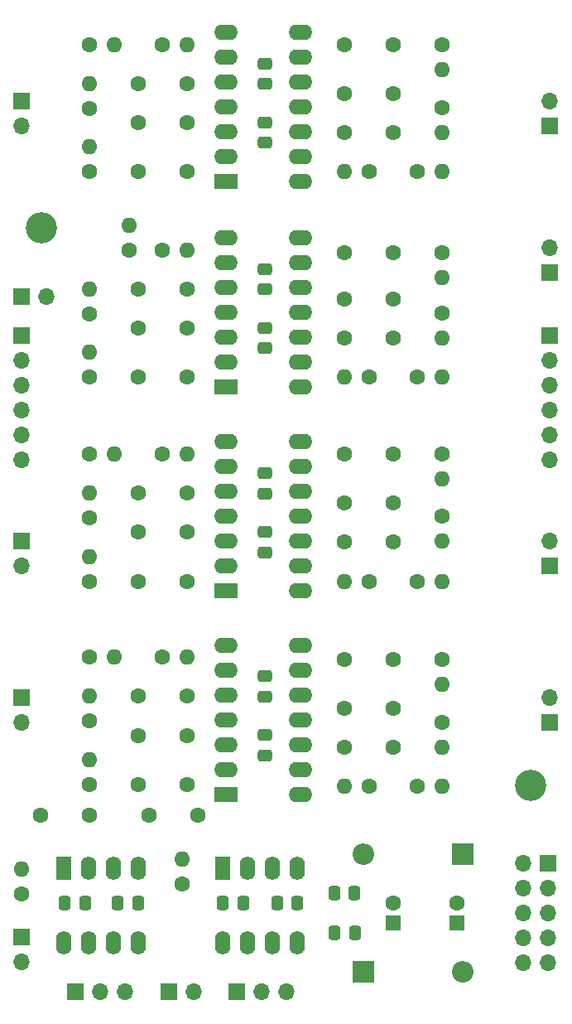
<source format=gts>
G04 #@! TF.GenerationSoftware,KiCad,Pcbnew,(6.0.4)*
G04 #@! TF.CreationDate,2023-11-12T14:03:14+01:00*
G04 #@! TF.ProjectId,Mixer_BACK,4d697865-725f-4424-9143-4b2e6b696361,rev?*
G04 #@! TF.SameCoordinates,Original*
G04 #@! TF.FileFunction,Soldermask,Top*
G04 #@! TF.FilePolarity,Negative*
%FSLAX46Y46*%
G04 Gerber Fmt 4.6, Leading zero omitted, Abs format (unit mm)*
G04 Created by KiCad (PCBNEW (6.0.4)) date 2023-11-12 14:03:14*
%MOMM*%
%LPD*%
G01*
G04 APERTURE LIST*
G04 Aperture macros list*
%AMRoundRect*
0 Rectangle with rounded corners*
0 $1 Rounding radius*
0 $2 $3 $4 $5 $6 $7 $8 $9 X,Y pos of 4 corners*
0 Add a 4 corners polygon primitive as box body*
4,1,4,$2,$3,$4,$5,$6,$7,$8,$9,$2,$3,0*
0 Add four circle primitives for the rounded corners*
1,1,$1+$1,$2,$3*
1,1,$1+$1,$4,$5*
1,1,$1+$1,$6,$7*
1,1,$1+$1,$8,$9*
0 Add four rect primitives between the rounded corners*
20,1,$1+$1,$2,$3,$4,$5,0*
20,1,$1+$1,$4,$5,$6,$7,0*
20,1,$1+$1,$6,$7,$8,$9,0*
20,1,$1+$1,$8,$9,$2,$3,0*%
G04 Aperture macros list end*
%ADD10RoundRect,0.250000X-0.475000X0.337500X-0.475000X-0.337500X0.475000X-0.337500X0.475000X0.337500X0*%
%ADD11RoundRect,0.250000X0.475000X-0.337500X0.475000X0.337500X-0.475000X0.337500X-0.475000X-0.337500X0*%
%ADD12RoundRect,0.250000X0.337500X0.475000X-0.337500X0.475000X-0.337500X-0.475000X0.337500X-0.475000X0*%
%ADD13RoundRect,0.250000X-0.337500X-0.475000X0.337500X-0.475000X0.337500X0.475000X-0.337500X0.475000X0*%
%ADD14R,1.700000X1.700000*%
%ADD15O,1.700000X1.700000*%
%ADD16C,3.200000*%
%ADD17C,1.600000*%
%ADD18O,1.600000X1.600000*%
%ADD19R,1.600000X2.400000*%
%ADD20O,1.600000X2.400000*%
%ADD21R,2.400000X1.600000*%
%ADD22O,2.400000X1.600000*%
%ADD23R,2.200000X2.200000*%
%ADD24O,2.200000X2.200000*%
%ADD25R,1.600000X1.600000*%
G04 APERTURE END LIST*
D10*
X111860000Y-78212500D03*
X111860000Y-80287500D03*
X111860000Y-113822500D03*
X111860000Y-115897500D03*
D11*
X111860000Y-53287500D03*
X111860000Y-51212500D03*
D12*
X121000000Y-136000000D03*
X118925000Y-136000000D03*
D10*
X111860000Y-99062500D03*
X111860000Y-101137500D03*
D13*
X91389572Y-136994888D03*
X93464572Y-136994888D03*
D14*
X87000000Y-79000000D03*
D15*
X87000000Y-81540000D03*
X87000000Y-84080000D03*
X87000000Y-86620000D03*
X87000000Y-89160000D03*
X87000000Y-91700000D03*
D13*
X96809018Y-137011512D03*
X98884018Y-137011512D03*
D10*
X111860000Y-93062500D03*
X111860000Y-95137500D03*
D14*
X87000000Y-75000000D03*
D15*
X89540000Y-75000000D03*
D10*
X111860000Y-119822500D03*
X111860000Y-121897500D03*
D14*
X102000000Y-146010000D03*
D15*
X104540000Y-146010000D03*
D14*
X141000000Y-72540000D03*
D15*
X141000000Y-70000000D03*
D14*
X87000000Y-55010000D03*
D15*
X87000000Y-57550000D03*
D14*
X109000000Y-146010000D03*
D15*
X111540000Y-146010000D03*
X114080000Y-146010000D03*
D10*
X111860000Y-57212500D03*
X111860000Y-59287500D03*
D14*
X141000000Y-102550000D03*
D15*
X141000000Y-100010000D03*
D14*
X92475000Y-146010000D03*
D15*
X95015000Y-146010000D03*
X97555000Y-146010000D03*
D13*
X107548165Y-136994888D03*
X109623165Y-136994888D03*
D14*
X87000000Y-116010000D03*
D15*
X87000000Y-118550000D03*
D13*
X113110420Y-136994888D03*
X115185420Y-136994888D03*
D14*
X87000000Y-100010000D03*
D15*
X87000000Y-102550000D03*
D14*
X141000000Y-118550000D03*
D15*
X141000000Y-116010000D03*
D16*
X139000000Y-125000000D03*
D13*
X118962500Y-140000000D03*
X121037500Y-140000000D03*
D14*
X141000000Y-57540000D03*
D15*
X141000000Y-55000000D03*
D16*
X89000000Y-68000000D03*
D14*
X87000000Y-140470000D03*
D15*
X87000000Y-143010000D03*
D10*
X111860000Y-72212500D03*
X111860000Y-74287500D03*
D14*
X141000000Y-79000000D03*
D15*
X141000000Y-81540000D03*
X141000000Y-84080000D03*
X141000000Y-86620000D03*
X141000000Y-89160000D03*
X141000000Y-91700000D03*
D17*
X87000000Y-136057500D03*
D18*
X87000000Y-133517500D03*
D17*
X130000000Y-112070000D03*
D18*
X130000000Y-114610000D03*
D17*
X127460000Y-62250000D03*
D18*
X130000000Y-62250000D03*
D17*
X127460000Y-104100000D03*
D18*
X130000000Y-104100000D03*
D17*
X122540000Y-125070000D03*
D18*
X120000000Y-125070000D03*
D17*
X125000000Y-79250000D03*
X120000000Y-79250000D03*
X103350000Y-135010000D03*
D18*
X103350000Y-132470000D03*
D17*
X127460000Y-125070000D03*
D18*
X130000000Y-125070000D03*
D17*
X122540000Y-104100000D03*
D18*
X120000000Y-104100000D03*
D19*
X107550000Y-133437500D03*
D20*
X110090000Y-133437500D03*
X112630000Y-133437500D03*
X115170000Y-133437500D03*
X115170000Y-141057500D03*
X112630000Y-141057500D03*
X110090000Y-141057500D03*
X107550000Y-141057500D03*
D21*
X107860000Y-125860000D03*
D22*
X107860000Y-123320000D03*
X107860000Y-120780000D03*
X107860000Y-118240000D03*
X107860000Y-115700000D03*
X107860000Y-113160000D03*
X107860000Y-110620000D03*
X115480000Y-110620000D03*
X115480000Y-113160000D03*
X115480000Y-115700000D03*
X115480000Y-118240000D03*
X115480000Y-120780000D03*
X115480000Y-123320000D03*
X115480000Y-125860000D03*
D17*
X103860000Y-57250000D03*
X98860000Y-57250000D03*
X98860000Y-124860000D03*
X103860000Y-124860000D03*
X130000000Y-49250000D03*
D18*
X130000000Y-51790000D03*
D17*
X93860000Y-104100000D03*
D18*
X93860000Y-101560000D03*
D17*
X105000000Y-128000000D03*
X100000000Y-128000000D03*
D21*
X107860000Y-84250000D03*
D22*
X107860000Y-81710000D03*
X107860000Y-79170000D03*
X107860000Y-76630000D03*
X107860000Y-74090000D03*
X107860000Y-71550000D03*
X107860000Y-69010000D03*
X115480000Y-69010000D03*
X115480000Y-71550000D03*
X115480000Y-74090000D03*
X115480000Y-76630000D03*
X115480000Y-79170000D03*
X115480000Y-81710000D03*
X115480000Y-84250000D03*
D17*
X93860000Y-118400000D03*
D18*
X93860000Y-115860000D03*
D17*
X93895000Y-128000000D03*
X88895000Y-128000000D03*
X98860000Y-115860000D03*
X103860000Y-115860000D03*
D21*
X107860000Y-105100000D03*
D22*
X107860000Y-102560000D03*
X107860000Y-100020000D03*
X107860000Y-97480000D03*
X107860000Y-94940000D03*
X107860000Y-92400000D03*
X107860000Y-89860000D03*
X115480000Y-89860000D03*
X115480000Y-92400000D03*
X115480000Y-94940000D03*
X115480000Y-97480000D03*
X115480000Y-100020000D03*
X115480000Y-102560000D03*
X115480000Y-105100000D03*
D17*
X93860000Y-62250000D03*
D18*
X93860000Y-59710000D03*
D17*
X93860000Y-76790000D03*
D18*
X93860000Y-74250000D03*
D17*
X93860000Y-124860000D03*
D18*
X93860000Y-122320000D03*
D17*
X93860000Y-49250000D03*
D18*
X96400000Y-49250000D03*
D17*
X98860000Y-95100000D03*
X103860000Y-95100000D03*
X98860000Y-53250000D03*
X103860000Y-53250000D03*
X120000000Y-96100000D03*
X125000000Y-96100000D03*
D23*
X132080000Y-132000000D03*
D24*
X121920000Y-132000000D03*
D17*
X130000000Y-76710000D03*
D18*
X130000000Y-79250000D03*
D19*
X91275000Y-133437500D03*
D20*
X93815000Y-133437500D03*
X96355000Y-133437500D03*
X98895000Y-133437500D03*
X98895000Y-141057500D03*
X96355000Y-141057500D03*
X93815000Y-141057500D03*
X91275000Y-141057500D03*
D17*
X120000000Y-70500000D03*
X125000000Y-70500000D03*
X120000000Y-117070000D03*
X125000000Y-117070000D03*
X101320000Y-91100000D03*
D18*
X103860000Y-91100000D03*
D17*
X120000000Y-91100000D03*
X125000000Y-91100000D03*
X93860000Y-83250000D03*
D18*
X93860000Y-80710000D03*
D17*
X98860000Y-104100000D03*
X103860000Y-104100000D03*
D21*
X107860000Y-63250000D03*
D22*
X107860000Y-60710000D03*
X107860000Y-58170000D03*
X107860000Y-55630000D03*
X107860000Y-53090000D03*
X107860000Y-50550000D03*
X107860000Y-48010000D03*
X115480000Y-48010000D03*
X115480000Y-50550000D03*
X115480000Y-53090000D03*
X115480000Y-55630000D03*
X115480000Y-58170000D03*
X115480000Y-60710000D03*
X115480000Y-63250000D03*
D25*
X125000000Y-139010000D03*
D17*
X125000000Y-137010000D03*
X130000000Y-55710000D03*
D18*
X130000000Y-58250000D03*
D17*
X125000000Y-100100000D03*
X120000000Y-100100000D03*
X93860000Y-55790000D03*
D18*
X93860000Y-53250000D03*
D17*
X101320000Y-49250000D03*
D18*
X103860000Y-49250000D03*
D17*
X125000000Y-121070000D03*
X120000000Y-121070000D03*
X127460000Y-83250000D03*
D18*
X130000000Y-83250000D03*
D17*
X103860000Y-119860000D03*
X98860000Y-119860000D03*
X130000000Y-70500000D03*
D18*
X130000000Y-73040000D03*
D17*
X120000000Y-75250000D03*
X125000000Y-75250000D03*
X98860000Y-83250000D03*
X103860000Y-83250000D03*
X93860000Y-97640000D03*
D18*
X93860000Y-95100000D03*
D17*
X120000000Y-49250000D03*
X125000000Y-49250000D03*
X101320000Y-70250000D03*
D18*
X103860000Y-70250000D03*
D17*
X103860000Y-78250000D03*
X98860000Y-78250000D03*
D14*
X140817500Y-132935000D03*
D15*
X138277500Y-132935000D03*
X140817500Y-135475000D03*
X138277500Y-135475000D03*
X140817500Y-138015000D03*
X138277500Y-138015000D03*
X140817500Y-140555000D03*
X138277500Y-140555000D03*
X140817500Y-143095000D03*
X138277500Y-143095000D03*
D17*
X125000000Y-58250000D03*
X120000000Y-58250000D03*
X98860000Y-62250000D03*
X103860000Y-62250000D03*
X130000000Y-118530000D03*
D18*
X130000000Y-121070000D03*
D17*
X101320000Y-111860000D03*
D18*
X103860000Y-111860000D03*
D17*
X98860000Y-74250000D03*
X103860000Y-74250000D03*
X93860000Y-111860000D03*
D18*
X96400000Y-111860000D03*
D17*
X122540000Y-83250000D03*
D18*
X120000000Y-83250000D03*
D17*
X122540000Y-62250000D03*
D18*
X120000000Y-62250000D03*
D25*
X131462500Y-139010000D03*
D17*
X131462500Y-137010000D03*
X98000000Y-70250000D03*
D18*
X98000000Y-67710000D03*
D17*
X120000000Y-54250000D03*
X125000000Y-54250000D03*
D23*
X121920000Y-144010000D03*
D24*
X132080000Y-144010000D03*
D17*
X103860000Y-99100000D03*
X98860000Y-99100000D03*
X120000000Y-112070000D03*
X125000000Y-112070000D03*
X93860000Y-91100000D03*
D18*
X96400000Y-91100000D03*
D17*
X130000000Y-97475000D03*
D18*
X130000000Y-100015000D03*
D17*
X130000000Y-91100000D03*
D18*
X130000000Y-93640000D03*
M02*

</source>
